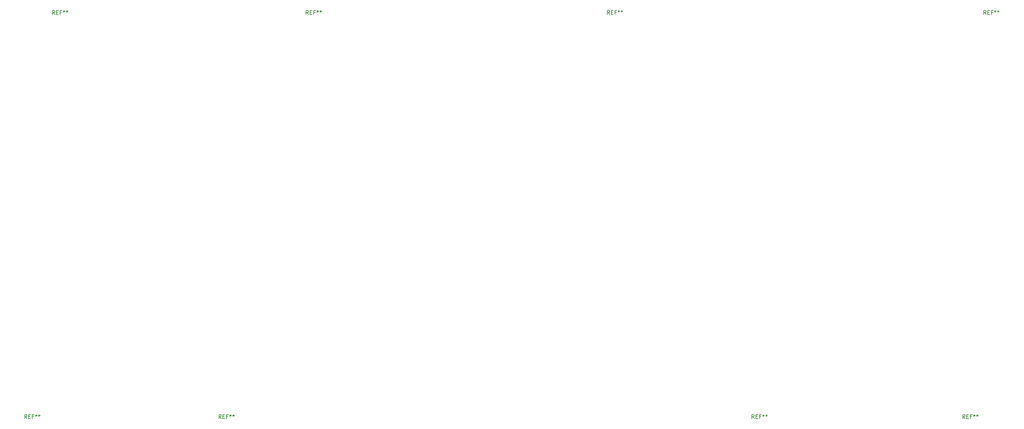
<source format=gbr>
G04 #@! TF.GenerationSoftware,KiCad,Pcbnew,(6.0.7-1)-1*
G04 #@! TF.CreationDate,2022-10-22T18:04:56+02:00*
G04 #@! TF.ProjectId,frog-mini,66726f67-2d6d-4696-9e69-2e6b69636164,rev?*
G04 #@! TF.SameCoordinates,Original*
G04 #@! TF.FileFunction,AssemblyDrawing,Top*
%FSLAX46Y46*%
G04 Gerber Fmt 4.6, Leading zero omitted, Abs format (unit mm)*
G04 Created by KiCad (PCBNEW (6.0.7-1)-1) date 2022-10-22 18:04:56*
%MOMM*%
%LPD*%
G01*
G04 APERTURE LIST*
%ADD10C,0.150000*%
G04 APERTURE END LIST*
D10*
X249364666Y-139452380D02*
X249031333Y-138976190D01*
X248793238Y-139452380D02*
X248793238Y-138452380D01*
X249174190Y-138452380D01*
X249269428Y-138500000D01*
X249317047Y-138547619D01*
X249364666Y-138642857D01*
X249364666Y-138785714D01*
X249317047Y-138880952D01*
X249269428Y-138928571D01*
X249174190Y-138976190D01*
X248793238Y-138976190D01*
X249793238Y-138928571D02*
X250126571Y-138928571D01*
X250269428Y-139452380D02*
X249793238Y-139452380D01*
X249793238Y-138452380D01*
X250269428Y-138452380D01*
X251031333Y-138928571D02*
X250698000Y-138928571D01*
X250698000Y-139452380D02*
X250698000Y-138452380D01*
X251174190Y-138452380D01*
X251698000Y-138452380D02*
X251698000Y-138690476D01*
X251459904Y-138595238D02*
X251698000Y-138690476D01*
X251936095Y-138595238D01*
X251555142Y-138880952D02*
X251698000Y-138690476D01*
X251840857Y-138880952D01*
X252459904Y-138452380D02*
X252459904Y-138690476D01*
X252221809Y-138595238D02*
X252459904Y-138690476D01*
X252698000Y-138595238D01*
X252317047Y-138880952D02*
X252459904Y-138690476D01*
X252602761Y-138880952D01*
X254666666Y-37452380D02*
X254333333Y-36976190D01*
X254095238Y-37452380D02*
X254095238Y-36452380D01*
X254476190Y-36452380D01*
X254571428Y-36500000D01*
X254619047Y-36547619D01*
X254666666Y-36642857D01*
X254666666Y-36785714D01*
X254619047Y-36880952D01*
X254571428Y-36928571D01*
X254476190Y-36976190D01*
X254095238Y-36976190D01*
X255095238Y-36928571D02*
X255428571Y-36928571D01*
X255571428Y-37452380D02*
X255095238Y-37452380D01*
X255095238Y-36452380D01*
X255571428Y-36452380D01*
X256333333Y-36928571D02*
X256000000Y-36928571D01*
X256000000Y-37452380D02*
X256000000Y-36452380D01*
X256476190Y-36452380D01*
X257000000Y-36452380D02*
X257000000Y-36690476D01*
X256761904Y-36595238D02*
X257000000Y-36690476D01*
X257238095Y-36595238D01*
X256857142Y-36880952D02*
X257000000Y-36690476D01*
X257142857Y-36880952D01*
X257761904Y-36452380D02*
X257761904Y-36690476D01*
X257523809Y-36595238D02*
X257761904Y-36690476D01*
X258000000Y-36595238D01*
X257619047Y-36880952D02*
X257761904Y-36690476D01*
X257904761Y-36880952D01*
X83666666Y-37452380D02*
X83333333Y-36976190D01*
X83095238Y-37452380D02*
X83095238Y-36452380D01*
X83476190Y-36452380D01*
X83571428Y-36500000D01*
X83619047Y-36547619D01*
X83666666Y-36642857D01*
X83666666Y-36785714D01*
X83619047Y-36880952D01*
X83571428Y-36928571D01*
X83476190Y-36976190D01*
X83095238Y-36976190D01*
X84095238Y-36928571D02*
X84428571Y-36928571D01*
X84571428Y-37452380D02*
X84095238Y-37452380D01*
X84095238Y-36452380D01*
X84571428Y-36452380D01*
X85333333Y-36928571D02*
X85000000Y-36928571D01*
X85000000Y-37452380D02*
X85000000Y-36452380D01*
X85476190Y-36452380D01*
X86000000Y-36452380D02*
X86000000Y-36690476D01*
X85761904Y-36595238D02*
X86000000Y-36690476D01*
X86238095Y-36595238D01*
X85857142Y-36880952D02*
X86000000Y-36690476D01*
X86142857Y-36880952D01*
X86761904Y-36452380D02*
X86761904Y-36690476D01*
X86523809Y-36595238D02*
X86761904Y-36690476D01*
X87000000Y-36595238D01*
X86619047Y-36880952D02*
X86761904Y-36690476D01*
X86904761Y-36880952D01*
X12636666Y-139452380D02*
X12303333Y-138976190D01*
X12065238Y-139452380D02*
X12065238Y-138452380D01*
X12446190Y-138452380D01*
X12541428Y-138500000D01*
X12589047Y-138547619D01*
X12636666Y-138642857D01*
X12636666Y-138785714D01*
X12589047Y-138880952D01*
X12541428Y-138928571D01*
X12446190Y-138976190D01*
X12065238Y-138976190D01*
X13065238Y-138928571D02*
X13398571Y-138928571D01*
X13541428Y-139452380D02*
X13065238Y-139452380D01*
X13065238Y-138452380D01*
X13541428Y-138452380D01*
X14303333Y-138928571D02*
X13970000Y-138928571D01*
X13970000Y-139452380D02*
X13970000Y-138452380D01*
X14446190Y-138452380D01*
X14970000Y-138452380D02*
X14970000Y-138690476D01*
X14731904Y-138595238D02*
X14970000Y-138690476D01*
X15208095Y-138595238D01*
X14827142Y-138880952D02*
X14970000Y-138690476D01*
X15112857Y-138880952D01*
X15731904Y-138452380D02*
X15731904Y-138690476D01*
X15493809Y-138595238D02*
X15731904Y-138690476D01*
X15970000Y-138595238D01*
X15589047Y-138880952D02*
X15731904Y-138690476D01*
X15874761Y-138880952D01*
X159666666Y-37452380D02*
X159333333Y-36976190D01*
X159095238Y-37452380D02*
X159095238Y-36452380D01*
X159476190Y-36452380D01*
X159571428Y-36500000D01*
X159619047Y-36547619D01*
X159666666Y-36642857D01*
X159666666Y-36785714D01*
X159619047Y-36880952D01*
X159571428Y-36928571D01*
X159476190Y-36976190D01*
X159095238Y-36976190D01*
X160095238Y-36928571D02*
X160428571Y-36928571D01*
X160571428Y-37452380D02*
X160095238Y-37452380D01*
X160095238Y-36452380D01*
X160571428Y-36452380D01*
X161333333Y-36928571D02*
X161000000Y-36928571D01*
X161000000Y-37452380D02*
X161000000Y-36452380D01*
X161476190Y-36452380D01*
X162000000Y-36452380D02*
X162000000Y-36690476D01*
X161761904Y-36595238D02*
X162000000Y-36690476D01*
X162238095Y-36595238D01*
X161857142Y-36880952D02*
X162000000Y-36690476D01*
X162142857Y-36880952D01*
X162761904Y-36452380D02*
X162761904Y-36690476D01*
X162523809Y-36595238D02*
X162761904Y-36690476D01*
X163000000Y-36595238D01*
X162619047Y-36880952D02*
X162761904Y-36690476D01*
X162904761Y-36880952D01*
X196166666Y-139452380D02*
X195833333Y-138976190D01*
X195595238Y-139452380D02*
X195595238Y-138452380D01*
X195976190Y-138452380D01*
X196071428Y-138500000D01*
X196119047Y-138547619D01*
X196166666Y-138642857D01*
X196166666Y-138785714D01*
X196119047Y-138880952D01*
X196071428Y-138928571D01*
X195976190Y-138976190D01*
X195595238Y-138976190D01*
X196595238Y-138928571D02*
X196928571Y-138928571D01*
X197071428Y-139452380D02*
X196595238Y-139452380D01*
X196595238Y-138452380D01*
X197071428Y-138452380D01*
X197833333Y-138928571D02*
X197500000Y-138928571D01*
X197500000Y-139452380D02*
X197500000Y-138452380D01*
X197976190Y-138452380D01*
X198500000Y-138452380D02*
X198500000Y-138690476D01*
X198261904Y-138595238D02*
X198500000Y-138690476D01*
X198738095Y-138595238D01*
X198357142Y-138880952D02*
X198500000Y-138690476D01*
X198642857Y-138880952D01*
X199261904Y-138452380D02*
X199261904Y-138690476D01*
X199023809Y-138595238D02*
X199261904Y-138690476D01*
X199500000Y-138595238D01*
X199119047Y-138880952D02*
X199261904Y-138690476D01*
X199404761Y-138880952D01*
X61666666Y-139452380D02*
X61333333Y-138976190D01*
X61095238Y-139452380D02*
X61095238Y-138452380D01*
X61476190Y-138452380D01*
X61571428Y-138500000D01*
X61619047Y-138547619D01*
X61666666Y-138642857D01*
X61666666Y-138785714D01*
X61619047Y-138880952D01*
X61571428Y-138928571D01*
X61476190Y-138976190D01*
X61095238Y-138976190D01*
X62095238Y-138928571D02*
X62428571Y-138928571D01*
X62571428Y-139452380D02*
X62095238Y-139452380D01*
X62095238Y-138452380D01*
X62571428Y-138452380D01*
X63333333Y-138928571D02*
X63000000Y-138928571D01*
X63000000Y-139452380D02*
X63000000Y-138452380D01*
X63476190Y-138452380D01*
X64000000Y-138452380D02*
X64000000Y-138690476D01*
X63761904Y-138595238D02*
X64000000Y-138690476D01*
X64238095Y-138595238D01*
X63857142Y-138880952D02*
X64000000Y-138690476D01*
X64142857Y-138880952D01*
X64761904Y-138452380D02*
X64761904Y-138690476D01*
X64523809Y-138595238D02*
X64761904Y-138690476D01*
X65000000Y-138595238D01*
X64619047Y-138880952D02*
X64761904Y-138690476D01*
X64904761Y-138880952D01*
X19666666Y-37452380D02*
X19333333Y-36976190D01*
X19095238Y-37452380D02*
X19095238Y-36452380D01*
X19476190Y-36452380D01*
X19571428Y-36500000D01*
X19619047Y-36547619D01*
X19666666Y-36642857D01*
X19666666Y-36785714D01*
X19619047Y-36880952D01*
X19571428Y-36928571D01*
X19476190Y-36976190D01*
X19095238Y-36976190D01*
X20095238Y-36928571D02*
X20428571Y-36928571D01*
X20571428Y-37452380D02*
X20095238Y-37452380D01*
X20095238Y-36452380D01*
X20571428Y-36452380D01*
X21333333Y-36928571D02*
X21000000Y-36928571D01*
X21000000Y-37452380D02*
X21000000Y-36452380D01*
X21476190Y-36452380D01*
X22000000Y-36452380D02*
X22000000Y-36690476D01*
X21761904Y-36595238D02*
X22000000Y-36690476D01*
X22238095Y-36595238D01*
X21857142Y-36880952D02*
X22000000Y-36690476D01*
X22142857Y-36880952D01*
X22761904Y-36452380D02*
X22761904Y-36690476D01*
X22523809Y-36595238D02*
X22761904Y-36690476D01*
X23000000Y-36595238D01*
X22619047Y-36880952D02*
X22761904Y-36690476D01*
X22904761Y-36880952D01*
M02*

</source>
